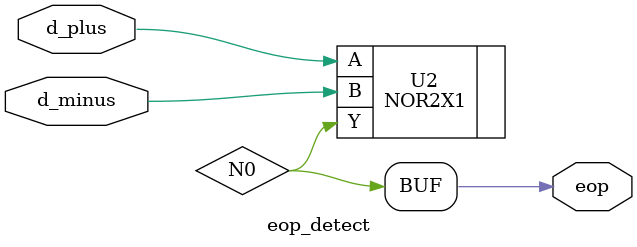
<source format=v>


module eop_detect ( d_plus, d_minus, eop );
  input d_plus, d_minus;
  output eop;
  wire   N0;
  assign eop = N0;

  NOR2X1 U2 ( .A(d_plus), .B(d_minus), .Y(N0) );
endmodule


</source>
